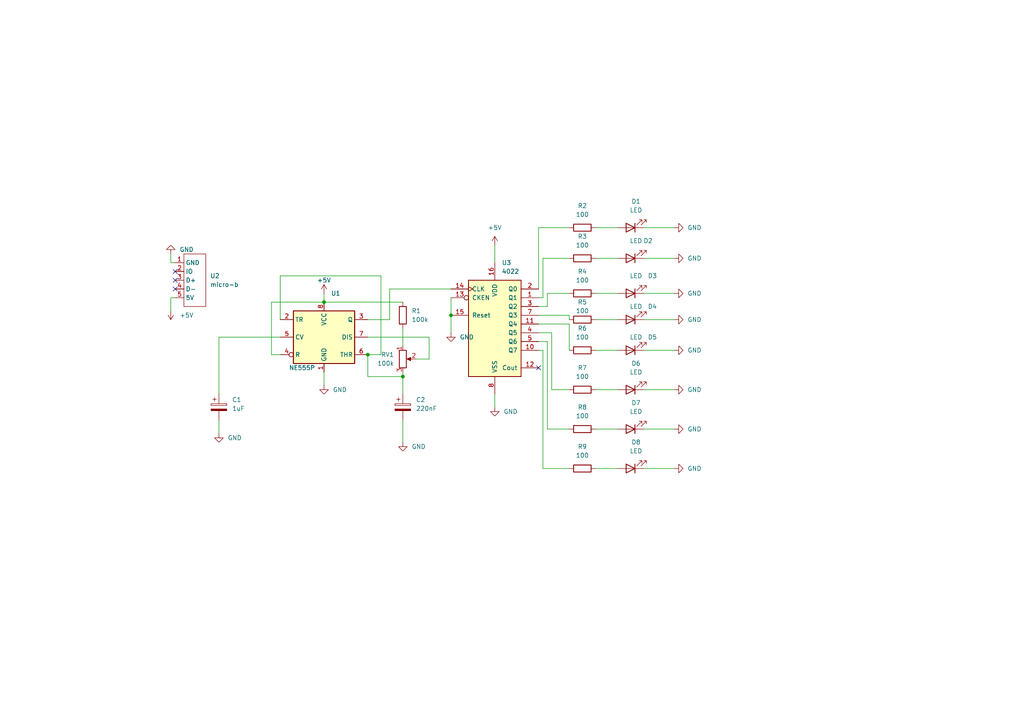
<source format=kicad_sch>
(kicad_sch (version 20211123) (generator eeschema)

  (uuid e9eebda9-e7d0-4736-99f6-d9da92ba0bd8)

  (paper "A4")

  (lib_symbols
    (symbol "4xxx:4022" (pin_names (offset 1.016)) (in_bom yes) (on_board yes)
      (property "Reference" "U" (id 0) (at -7.62 13.97 0)
        (effects (font (size 1.27 1.27)))
      )
      (property "Value" "4022" (id 1) (at -7.62 -16.51 0)
        (effects (font (size 1.27 1.27)))
      )
      (property "Footprint" "" (id 2) (at 0 0 0)
        (effects (font (size 1.27 1.27)) hide)
      )
      (property "Datasheet" "http://www.intersil.com/content/dam/Intersil/documents/cd40/cd4017bms-22bms.pdf" (id 3) (at 0 0 0)
        (effects (font (size 1.27 1.27)) hide)
      )
      (property "ki_locked" "" (id 4) (at 0 0 0)
        (effects (font (size 1.27 1.27)))
      )
      (property "ki_keywords" "CMOS CNT CNT8" (id 5) (at 0 0 0)
        (effects (font (size 1.27 1.27)) hide)
      )
      (property "ki_description" "Johnson Counter (8 states)" (id 6) (at 0 0 0)
        (effects (font (size 1.27 1.27)) hide)
      )
      (property "ki_fp_filters" "DIP?16*" (id 7) (at 0 0 0)
        (effects (font (size 1.27 1.27)) hide)
      )
      (symbol "4022_1_0"
        (pin output line (at 12.7 7.62 180) (length 5.08)
          (name "Q1" (effects (font (size 1.27 1.27))))
          (number "1" (effects (font (size 1.27 1.27))))
        )
        (pin output line (at 12.7 -7.62 180) (length 5.08)
          (name "Q7" (effects (font (size 1.27 1.27))))
          (number "10" (effects (font (size 1.27 1.27))))
        )
        (pin output line (at 12.7 0 180) (length 5.08)
          (name "Q4" (effects (font (size 1.27 1.27))))
          (number "11" (effects (font (size 1.27 1.27))))
        )
        (pin output line (at 12.7 -12.7 180) (length 5.08)
          (name "Cout" (effects (font (size 1.27 1.27))))
          (number "12" (effects (font (size 1.27 1.27))))
        )
        (pin input inverted (at -12.7 7.62 0) (length 5.08)
          (name "CKEN" (effects (font (size 1.27 1.27))))
          (number "13" (effects (font (size 1.27 1.27))))
        )
        (pin input clock (at -12.7 10.16 0) (length 5.08)
          (name "CLK" (effects (font (size 1.27 1.27))))
          (number "14" (effects (font (size 1.27 1.27))))
        )
        (pin input line (at -12.7 2.54 0) (length 5.08)
          (name "Reset" (effects (font (size 1.27 1.27))))
          (number "15" (effects (font (size 1.27 1.27))))
        )
        (pin power_in line (at 0 17.78 270) (length 5.08)
          (name "VDD" (effects (font (size 1.27 1.27))))
          (number "16" (effects (font (size 1.27 1.27))))
        )
        (pin output line (at 12.7 10.16 180) (length 5.08)
          (name "Q0" (effects (font (size 1.27 1.27))))
          (number "2" (effects (font (size 1.27 1.27))))
        )
        (pin output line (at 12.7 5.08 180) (length 5.08)
          (name "Q2" (effects (font (size 1.27 1.27))))
          (number "3" (effects (font (size 1.27 1.27))))
        )
        (pin output line (at 12.7 -2.54 180) (length 5.08)
          (name "Q5" (effects (font (size 1.27 1.27))))
          (number "4" (effects (font (size 1.27 1.27))))
        )
        (pin output line (at 12.7 -5.08 180) (length 5.08)
          (name "Q6" (effects (font (size 1.27 1.27))))
          (number "5" (effects (font (size 1.27 1.27))))
        )
        (pin output line (at 12.7 2.54 180) (length 5.08)
          (name "Q3" (effects (font (size 1.27 1.27))))
          (number "7" (effects (font (size 1.27 1.27))))
        )
        (pin power_in line (at 0 -20.32 90) (length 5.08)
          (name "VSS" (effects (font (size 1.27 1.27))))
          (number "8" (effects (font (size 1.27 1.27))))
        )
      )
      (symbol "4022_1_1"
        (rectangle (start -7.62 12.7) (end 7.62 -15.24)
          (stroke (width 0.254) (type default) (color 0 0 0 0))
          (fill (type background))
        )
      )
    )
    (symbol "Device:C_Polarized" (pin_numbers hide) (pin_names (offset 0.254)) (in_bom yes) (on_board yes)
      (property "Reference" "C" (id 0) (at 0.635 2.54 0)
        (effects (font (size 1.27 1.27)) (justify left))
      )
      (property "Value" "C_Polarized" (id 1) (at 0.635 -2.54 0)
        (effects (font (size 1.27 1.27)) (justify left))
      )
      (property "Footprint" "" (id 2) (at 0.9652 -3.81 0)
        (effects (font (size 1.27 1.27)) hide)
      )
      (property "Datasheet" "~" (id 3) (at 0 0 0)
        (effects (font (size 1.27 1.27)) hide)
      )
      (property "ki_keywords" "cap capacitor" (id 4) (at 0 0 0)
        (effects (font (size 1.27 1.27)) hide)
      )
      (property "ki_description" "Polarized capacitor" (id 5) (at 0 0 0)
        (effects (font (size 1.27 1.27)) hide)
      )
      (property "ki_fp_filters" "CP_*" (id 6) (at 0 0 0)
        (effects (font (size 1.27 1.27)) hide)
      )
      (symbol "C_Polarized_0_1"
        (rectangle (start -2.286 0.508) (end 2.286 1.016)
          (stroke (width 0) (type default) (color 0 0 0 0))
          (fill (type none))
        )
        (polyline
          (pts
            (xy -1.778 2.286)
            (xy -0.762 2.286)
          )
          (stroke (width 0) (type default) (color 0 0 0 0))
          (fill (type none))
        )
        (polyline
          (pts
            (xy -1.27 2.794)
            (xy -1.27 1.778)
          )
          (stroke (width 0) (type default) (color 0 0 0 0))
          (fill (type none))
        )
        (rectangle (start 2.286 -0.508) (end -2.286 -1.016)
          (stroke (width 0) (type default) (color 0 0 0 0))
          (fill (type outline))
        )
      )
      (symbol "C_Polarized_1_1"
        (pin passive line (at 0 3.81 270) (length 2.794)
          (name "~" (effects (font (size 1.27 1.27))))
          (number "1" (effects (font (size 1.27 1.27))))
        )
        (pin passive line (at 0 -3.81 90) (length 2.794)
          (name "~" (effects (font (size 1.27 1.27))))
          (number "2" (effects (font (size 1.27 1.27))))
        )
      )
    )
    (symbol "Device:LED" (pin_numbers hide) (pin_names (offset 1.016) hide) (in_bom yes) (on_board yes)
      (property "Reference" "D" (id 0) (at 0 2.54 0)
        (effects (font (size 1.27 1.27)))
      )
      (property "Value" "LED" (id 1) (at 0 -2.54 0)
        (effects (font (size 1.27 1.27)))
      )
      (property "Footprint" "" (id 2) (at 0 0 0)
        (effects (font (size 1.27 1.27)) hide)
      )
      (property "Datasheet" "~" (id 3) (at 0 0 0)
        (effects (font (size 1.27 1.27)) hide)
      )
      (property "ki_keywords" "LED diode" (id 4) (at 0 0 0)
        (effects (font (size 1.27 1.27)) hide)
      )
      (property "ki_description" "Light emitting diode" (id 5) (at 0 0 0)
        (effects (font (size 1.27 1.27)) hide)
      )
      (property "ki_fp_filters" "LED* LED_SMD:* LED_THT:*" (id 6) (at 0 0 0)
        (effects (font (size 1.27 1.27)) hide)
      )
      (symbol "LED_0_1"
        (polyline
          (pts
            (xy -1.27 -1.27)
            (xy -1.27 1.27)
          )
          (stroke (width 0.254) (type default) (color 0 0 0 0))
          (fill (type none))
        )
        (polyline
          (pts
            (xy -1.27 0)
            (xy 1.27 0)
          )
          (stroke (width 0) (type default) (color 0 0 0 0))
          (fill (type none))
        )
        (polyline
          (pts
            (xy 1.27 -1.27)
            (xy 1.27 1.27)
            (xy -1.27 0)
            (xy 1.27 -1.27)
          )
          (stroke (width 0.254) (type default) (color 0 0 0 0))
          (fill (type none))
        )
        (polyline
          (pts
            (xy -3.048 -0.762)
            (xy -4.572 -2.286)
            (xy -3.81 -2.286)
            (xy -4.572 -2.286)
            (xy -4.572 -1.524)
          )
          (stroke (width 0) (type default) (color 0 0 0 0))
          (fill (type none))
        )
        (polyline
          (pts
            (xy -1.778 -0.762)
            (xy -3.302 -2.286)
            (xy -2.54 -2.286)
            (xy -3.302 -2.286)
            (xy -3.302 -1.524)
          )
          (stroke (width 0) (type default) (color 0 0 0 0))
          (fill (type none))
        )
      )
      (symbol "LED_1_1"
        (pin passive line (at -3.81 0 0) (length 2.54)
          (name "K" (effects (font (size 1.27 1.27))))
          (number "1" (effects (font (size 1.27 1.27))))
        )
        (pin passive line (at 3.81 0 180) (length 2.54)
          (name "A" (effects (font (size 1.27 1.27))))
          (number "2" (effects (font (size 1.27 1.27))))
        )
      )
    )
    (symbol "Device:R" (pin_numbers hide) (pin_names (offset 0)) (in_bom yes) (on_board yes)
      (property "Reference" "R" (id 0) (at 2.032 0 90)
        (effects (font (size 1.27 1.27)))
      )
      (property "Value" "R" (id 1) (at 0 0 90)
        (effects (font (size 1.27 1.27)))
      )
      (property "Footprint" "" (id 2) (at -1.778 0 90)
        (effects (font (size 1.27 1.27)) hide)
      )
      (property "Datasheet" "~" (id 3) (at 0 0 0)
        (effects (font (size 1.27 1.27)) hide)
      )
      (property "ki_keywords" "R res resistor" (id 4) (at 0 0 0)
        (effects (font (size 1.27 1.27)) hide)
      )
      (property "ki_description" "Resistor" (id 5) (at 0 0 0)
        (effects (font (size 1.27 1.27)) hide)
      )
      (property "ki_fp_filters" "R_*" (id 6) (at 0 0 0)
        (effects (font (size 1.27 1.27)) hide)
      )
      (symbol "R_0_1"
        (rectangle (start -1.016 -2.54) (end 1.016 2.54)
          (stroke (width 0.254) (type default) (color 0 0 0 0))
          (fill (type none))
        )
      )
      (symbol "R_1_1"
        (pin passive line (at 0 3.81 270) (length 1.27)
          (name "~" (effects (font (size 1.27 1.27))))
          (number "1" (effects (font (size 1.27 1.27))))
        )
        (pin passive line (at 0 -3.81 90) (length 1.27)
          (name "~" (effects (font (size 1.27 1.27))))
          (number "2" (effects (font (size 1.27 1.27))))
        )
      )
    )
    (symbol "Device:R_Potentiometer" (pin_names (offset 1.016) hide) (in_bom yes) (on_board yes)
      (property "Reference" "RV" (id 0) (at -4.445 0 90)
        (effects (font (size 1.27 1.27)))
      )
      (property "Value" "R_Potentiometer" (id 1) (at -2.54 0 90)
        (effects (font (size 1.27 1.27)))
      )
      (property "Footprint" "" (id 2) (at 0 0 0)
        (effects (font (size 1.27 1.27)) hide)
      )
      (property "Datasheet" "~" (id 3) (at 0 0 0)
        (effects (font (size 1.27 1.27)) hide)
      )
      (property "ki_keywords" "resistor variable" (id 4) (at 0 0 0)
        (effects (font (size 1.27 1.27)) hide)
      )
      (property "ki_description" "Potentiometer" (id 5) (at 0 0 0)
        (effects (font (size 1.27 1.27)) hide)
      )
      (property "ki_fp_filters" "Potentiometer*" (id 6) (at 0 0 0)
        (effects (font (size 1.27 1.27)) hide)
      )
      (symbol "R_Potentiometer_0_1"
        (polyline
          (pts
            (xy 2.54 0)
            (xy 1.524 0)
          )
          (stroke (width 0) (type default) (color 0 0 0 0))
          (fill (type none))
        )
        (polyline
          (pts
            (xy 1.143 0)
            (xy 2.286 0.508)
            (xy 2.286 -0.508)
            (xy 1.143 0)
          )
          (stroke (width 0) (type default) (color 0 0 0 0))
          (fill (type outline))
        )
        (rectangle (start 1.016 2.54) (end -1.016 -2.54)
          (stroke (width 0.254) (type default) (color 0 0 0 0))
          (fill (type none))
        )
      )
      (symbol "R_Potentiometer_1_1"
        (pin passive line (at 0 3.81 270) (length 1.27)
          (name "1" (effects (font (size 1.27 1.27))))
          (number "1" (effects (font (size 1.27 1.27))))
        )
        (pin passive line (at 3.81 0 180) (length 1.27)
          (name "2" (effects (font (size 1.27 1.27))))
          (number "2" (effects (font (size 1.27 1.27))))
        )
        (pin passive line (at 0 -3.81 90) (length 1.27)
          (name "3" (effects (font (size 1.27 1.27))))
          (number "3" (effects (font (size 1.27 1.27))))
        )
      )
    )
    (symbol "Timer:NE555P" (in_bom yes) (on_board yes)
      (property "Reference" "U" (id 0) (at -10.16 8.89 0)
        (effects (font (size 1.27 1.27)) (justify left))
      )
      (property "Value" "NE555P" (id 1) (at 2.54 8.89 0)
        (effects (font (size 1.27 1.27)) (justify left))
      )
      (property "Footprint" "Package_DIP:DIP-8_W7.62mm" (id 2) (at 16.51 -10.16 0)
        (effects (font (size 1.27 1.27)) hide)
      )
      (property "Datasheet" "http://www.ti.com/lit/ds/symlink/ne555.pdf" (id 3) (at 21.59 -10.16 0)
        (effects (font (size 1.27 1.27)) hide)
      )
      (property "ki_keywords" "single timer 555" (id 4) (at 0 0 0)
        (effects (font (size 1.27 1.27)) hide)
      )
      (property "ki_description" "Precision Timers, 555 compatible,  PDIP-8" (id 5) (at 0 0 0)
        (effects (font (size 1.27 1.27)) hide)
      )
      (property "ki_fp_filters" "DIP*W7.62mm*" (id 6) (at 0 0 0)
        (effects (font (size 1.27 1.27)) hide)
      )
      (symbol "NE555P_0_0"
        (pin power_in line (at 0 -10.16 90) (length 2.54)
          (name "GND" (effects (font (size 1.27 1.27))))
          (number "1" (effects (font (size 1.27 1.27))))
        )
        (pin power_in line (at 0 10.16 270) (length 2.54)
          (name "VCC" (effects (font (size 1.27 1.27))))
          (number "8" (effects (font (size 1.27 1.27))))
        )
      )
      (symbol "NE555P_0_1"
        (rectangle (start -8.89 -7.62) (end 8.89 7.62)
          (stroke (width 0.254) (type default) (color 0 0 0 0))
          (fill (type background))
        )
        (rectangle (start -8.89 -7.62) (end 8.89 7.62)
          (stroke (width 0.254) (type default) (color 0 0 0 0))
          (fill (type background))
        )
      )
      (symbol "NE555P_1_1"
        (pin input line (at -12.7 5.08 0) (length 3.81)
          (name "TR" (effects (font (size 1.27 1.27))))
          (number "2" (effects (font (size 1.27 1.27))))
        )
        (pin output line (at 12.7 5.08 180) (length 3.81)
          (name "Q" (effects (font (size 1.27 1.27))))
          (number "3" (effects (font (size 1.27 1.27))))
        )
        (pin input inverted (at -12.7 -5.08 0) (length 3.81)
          (name "R" (effects (font (size 1.27 1.27))))
          (number "4" (effects (font (size 1.27 1.27))))
        )
        (pin input line (at -12.7 0 0) (length 3.81)
          (name "CV" (effects (font (size 1.27 1.27))))
          (number "5" (effects (font (size 1.27 1.27))))
        )
        (pin input line (at 12.7 -5.08 180) (length 3.81)
          (name "THR" (effects (font (size 1.27 1.27))))
          (number "6" (effects (font (size 1.27 1.27))))
        )
        (pin input line (at 12.7 0 180) (length 3.81)
          (name "DIS" (effects (font (size 1.27 1.27))))
          (number "7" (effects (font (size 1.27 1.27))))
        )
      )
    )
    (symbol "USB_breakout:micro-USB breakout" (in_bom yes) (on_board yes)
      (property "Reference" "J" (id 0) (at -5.08 8.89 0)
        (effects (font (size 1.27 1.27)))
      )
      (property "Value" "micro-USB breakout" (id 1) (at -10.16 0 90)
        (effects (font (size 1.27 1.27)))
      )
      (property "Footprint" "USB_breakout:micro-b_adafruit" (id 2) (at -12.7 0 90)
        (effects (font (size 1.27 1.27)) hide)
      )
      (property "Datasheet" "" (id 3) (at 0 0 0)
        (effects (font (size 1.27 1.27)) hide)
      )
      (property "ki_description" "Adafruit USB micro-B Breakout Board (http://adafru.it/1833)" (id 4) (at 0 0 0)
        (effects (font (size 1.27 1.27)) hide)
      )
      (symbol "micro-USB breakout_0_1"
        (rectangle (start -8.89 7.62) (end -2.54 -7.62)
          (stroke (width 0) (type default) (color 0 0 0 0))
          (fill (type none))
        )
      )
      (symbol "micro-USB breakout_1_1"
        (pin power_out line (at 0 -5.08 180) (length 2.54)
          (name "GND" (effects (font (size 1.27 1.27))))
          (number "1" (effects (font (size 1.27 1.27))))
        )
        (pin bidirectional line (at 0 -2.54 180) (length 2.54)
          (name "IO" (effects (font (size 1.27 1.27))))
          (number "2" (effects (font (size 1.27 1.27))))
        )
        (pin bidirectional line (at 0 0 180) (length 2.54)
          (name "D+" (effects (font (size 1.27 1.27))))
          (number "3" (effects (font (size 1.27 1.27))))
        )
        (pin bidirectional line (at 0 2.54 180) (length 2.54)
          (name "D-" (effects (font (size 1.27 1.27))))
          (number "4" (effects (font (size 1.27 1.27))))
        )
        (pin power_out line (at 0 5.08 180) (length 2.54)
          (name "5V" (effects (font (size 1.27 1.27))))
          (number "5" (effects (font (size 1.27 1.27))))
        )
      )
    )
    (symbol "power:+5V" (power) (pin_names (offset 0)) (in_bom yes) (on_board yes)
      (property "Reference" "#PWR" (id 0) (at 0 -3.81 0)
        (effects (font (size 1.27 1.27)) hide)
      )
      (property "Value" "+5V" (id 1) (at 0 3.556 0)
        (effects (font (size 1.27 1.27)))
      )
      (property "Footprint" "" (id 2) (at 0 0 0)
        (effects (font (size 1.27 1.27)) hide)
      )
      (property "Datasheet" "" (id 3) (at 0 0 0)
        (effects (font (size 1.27 1.27)) hide)
      )
      (property "ki_keywords" "power-flag" (id 4) (at 0 0 0)
        (effects (font (size 1.27 1.27)) hide)
      )
      (property "ki_description" "Power symbol creates a global label with name \"+5V\"" (id 5) (at 0 0 0)
        (effects (font (size 1.27 1.27)) hide)
      )
      (symbol "+5V_0_1"
        (polyline
          (pts
            (xy -0.762 1.27)
            (xy 0 2.54)
          )
          (stroke (width 0) (type default) (color 0 0 0 0))
          (fill (type none))
        )
        (polyline
          (pts
            (xy 0 0)
            (xy 0 2.54)
          )
          (stroke (width 0) (type default) (color 0 0 0 0))
          (fill (type none))
        )
        (polyline
          (pts
            (xy 0 2.54)
            (xy 0.762 1.27)
          )
          (stroke (width 0) (type default) (color 0 0 0 0))
          (fill (type none))
        )
      )
      (symbol "+5V_1_1"
        (pin power_in line (at 0 0 90) (length 0) hide
          (name "+5V" (effects (font (size 1.27 1.27))))
          (number "1" (effects (font (size 1.27 1.27))))
        )
      )
    )
    (symbol "power:GND" (power) (pin_names (offset 0)) (in_bom yes) (on_board yes)
      (property "Reference" "#PWR" (id 0) (at 0 -6.35 0)
        (effects (font (size 1.27 1.27)) hide)
      )
      (property "Value" "GND" (id 1) (at 0 -3.81 0)
        (effects (font (size 1.27 1.27)))
      )
      (property "Footprint" "" (id 2) (at 0 0 0)
        (effects (font (size 1.27 1.27)) hide)
      )
      (property "Datasheet" "" (id 3) (at 0 0 0)
        (effects (font (size 1.27 1.27)) hide)
      )
      (property "ki_keywords" "power-flag" (id 4) (at 0 0 0)
        (effects (font (size 1.27 1.27)) hide)
      )
      (property "ki_description" "Power symbol creates a global label with name \"GND\" , ground" (id 5) (at 0 0 0)
        (effects (font (size 1.27 1.27)) hide)
      )
      (symbol "GND_0_1"
        (polyline
          (pts
            (xy 0 0)
            (xy 0 -1.27)
            (xy 1.27 -1.27)
            (xy 0 -2.54)
            (xy -1.27 -1.27)
            (xy 0 -1.27)
          )
          (stroke (width 0) (type default) (color 0 0 0 0))
          (fill (type none))
        )
      )
      (symbol "GND_1_1"
        (pin power_in line (at 0 0 270) (length 0) hide
          (name "GND" (effects (font (size 1.27 1.27))))
          (number "1" (effects (font (size 1.27 1.27))))
        )
      )
    )
  )

  (junction (at 116.84 109.22) (diameter 0) (color 0 0 0 0)
    (uuid 55d0ea13-f5fd-4415-9343-01c3c908c5c9)
  )
  (junction (at 93.98 87.63) (diameter 0) (color 0 0 0 0)
    (uuid 6284c2a4-e490-4b76-af37-91104da64751)
  )
  (junction (at 130.81 91.44) (diameter 0) (color 0 0 0 0)
    (uuid 759ef57e-e91b-43c6-becc-3cd372c83f66)
  )
  (junction (at 106.68 102.87) (diameter 0) (color 0 0 0 0)
    (uuid 8d3b0ed9-d875-4df5-bc2a-77456a957f04)
  )

  (no_connect (at 156.21 106.68) (uuid 55623aa6-ddef-417d-9bfd-f289778bbaa4))
  (no_connect (at 50.8 81.28) (uuid 6e79b09c-c790-459b-a558-f94e3c64b9e8))
  (no_connect (at 50.8 83.82) (uuid aeea17ce-91e1-4c61-87f6-90006ec23851))
  (no_connect (at 50.8 78.74) (uuid d4fa6d54-87c5-4289-afdf-942ff3a93140))

  (wire (pts (xy 158.75 99.06) (xy 158.75 124.46))
    (stroke (width 0) (type default) (color 0 0 0 0))
    (uuid 071f0154-2847-48ae-b201-726f2a9f4c04)
  )
  (wire (pts (xy 49.53 86.36) (xy 49.53 90.17))
    (stroke (width 0) (type default) (color 0 0 0 0))
    (uuid 0b5bf6ec-e188-4f71-8111-2f5da38671ac)
  )
  (wire (pts (xy 130.81 91.44) (xy 130.81 96.52))
    (stroke (width 0) (type default) (color 0 0 0 0))
    (uuid 0d0184e1-2dab-4741-9ccc-f1ec176dfd29)
  )
  (wire (pts (xy 157.48 74.93) (xy 165.1 74.93))
    (stroke (width 0) (type default) (color 0 0 0 0))
    (uuid 0e0dd8a5-ead5-43c9-b54d-32331ddc8e26)
  )
  (wire (pts (xy 124.46 104.14) (xy 120.65 104.14))
    (stroke (width 0) (type default) (color 0 0 0 0))
    (uuid 0eb5d051-bf34-45ea-9dd2-177a3eee063a)
  )
  (wire (pts (xy 116.84 109.22) (xy 116.84 114.3))
    (stroke (width 0) (type default) (color 0 0 0 0))
    (uuid 141a017f-2e43-4af8-9414-e75f3ec8a581)
  )
  (wire (pts (xy 172.72 113.03) (xy 179.07 113.03))
    (stroke (width 0) (type default) (color 0 0 0 0))
    (uuid 157113d1-c8be-45c3-a2c8-053e7e45b50b)
  )
  (wire (pts (xy 50.8 86.36) (xy 49.53 86.36))
    (stroke (width 0) (type default) (color 0 0 0 0))
    (uuid 1b137b82-c330-4f60-835a-fd2089cd8fd0)
  )
  (wire (pts (xy 106.68 92.71) (xy 113.03 92.71))
    (stroke (width 0) (type default) (color 0 0 0 0))
    (uuid 1c292d71-7d8e-48f2-a222-17c375822bc6)
  )
  (wire (pts (xy 157.48 101.6) (xy 157.48 135.89))
    (stroke (width 0) (type default) (color 0 0 0 0))
    (uuid 1c9f165e-ed5e-435a-a41c-c41ad619d9a1)
  )
  (wire (pts (xy 172.72 124.46) (xy 179.07 124.46))
    (stroke (width 0) (type default) (color 0 0 0 0))
    (uuid 24510ab7-7f00-4898-8c85-fe6303e1478c)
  )
  (wire (pts (xy 116.84 107.95) (xy 116.84 109.22))
    (stroke (width 0) (type default) (color 0 0 0 0))
    (uuid 28f6afd6-752e-4ee3-9c6e-f4e33b70ccd0)
  )
  (wire (pts (xy 156.21 96.52) (xy 160.02 96.52))
    (stroke (width 0) (type default) (color 0 0 0 0))
    (uuid 29197534-736d-4bd1-93d6-cce9671df677)
  )
  (wire (pts (xy 172.72 135.89) (xy 179.07 135.89))
    (stroke (width 0) (type default) (color 0 0 0 0))
    (uuid 2cb82c3b-8cf8-4010-92da-36e6813d5ab7)
  )
  (wire (pts (xy 165.1 91.44) (xy 165.1 92.71))
    (stroke (width 0) (type default) (color 0 0 0 0))
    (uuid 36ca050b-4d64-4ae0-ad23-de2666bf6482)
  )
  (wire (pts (xy 186.69 92.71) (xy 195.58 92.71))
    (stroke (width 0) (type default) (color 0 0 0 0))
    (uuid 41730e64-cadb-4956-9e55-09bd52320354)
  )
  (wire (pts (xy 186.69 101.6) (xy 195.58 101.6))
    (stroke (width 0) (type default) (color 0 0 0 0))
    (uuid 439f1f4f-0a05-4de1-a3dd-40ca433e37ba)
  )
  (wire (pts (xy 172.72 101.6) (xy 179.07 101.6))
    (stroke (width 0) (type default) (color 0 0 0 0))
    (uuid 46f7d387-ba3c-49cc-8707-d089103f3876)
  )
  (wire (pts (xy 93.98 85.09) (xy 93.98 87.63))
    (stroke (width 0) (type default) (color 0 0 0 0))
    (uuid 4724309b-6212-453c-b54e-101a6cec715a)
  )
  (wire (pts (xy 160.02 113.03) (xy 165.1 113.03))
    (stroke (width 0) (type default) (color 0 0 0 0))
    (uuid 4a70cbfc-25b4-4d17-ac74-6dcb27246858)
  )
  (wire (pts (xy 156.21 86.36) (xy 157.48 86.36))
    (stroke (width 0) (type default) (color 0 0 0 0))
    (uuid 500313b9-375b-46a1-bee4-6d8f9dd57439)
  )
  (wire (pts (xy 81.28 102.87) (xy 78.74 102.87))
    (stroke (width 0) (type default) (color 0 0 0 0))
    (uuid 526a55da-683e-48b2-ba12-7b0b14eae3dd)
  )
  (wire (pts (xy 156.21 93.98) (xy 165.1 93.98))
    (stroke (width 0) (type default) (color 0 0 0 0))
    (uuid 5c1f84af-66f2-4ae7-a3c2-55e41df5f36a)
  )
  (wire (pts (xy 186.69 74.93) (xy 195.58 74.93))
    (stroke (width 0) (type default) (color 0 0 0 0))
    (uuid 603130f1-0962-4859-b6df-4056fe59bf27)
  )
  (wire (pts (xy 156.21 99.06) (xy 158.75 99.06))
    (stroke (width 0) (type default) (color 0 0 0 0))
    (uuid 62f19c1d-3680-4dab-91f6-bf55942203aa)
  )
  (wire (pts (xy 172.72 66.04) (xy 179.07 66.04))
    (stroke (width 0) (type default) (color 0 0 0 0))
    (uuid 62f5f99e-360e-4f07-b65a-cf986252c643)
  )
  (wire (pts (xy 158.75 124.46) (xy 165.1 124.46))
    (stroke (width 0) (type default) (color 0 0 0 0))
    (uuid 68fa9562-cb6e-4e56-9d04-9f71211c1cd4)
  )
  (wire (pts (xy 78.74 87.63) (xy 93.98 87.63))
    (stroke (width 0) (type default) (color 0 0 0 0))
    (uuid 698b41e7-ff7a-4a26-8091-b7c473585e48)
  )
  (wire (pts (xy 186.69 85.09) (xy 195.58 85.09))
    (stroke (width 0) (type default) (color 0 0 0 0))
    (uuid 6aa611a4-ed5b-4d8b-809c-aae7ec91bc40)
  )
  (wire (pts (xy 143.51 114.3) (xy 143.51 118.11))
    (stroke (width 0) (type default) (color 0 0 0 0))
    (uuid 6dd524bc-eeff-4abb-a066-11770f9a9a79)
  )
  (wire (pts (xy 93.98 107.95) (xy 93.98 111.76))
    (stroke (width 0) (type default) (color 0 0 0 0))
    (uuid 6e88f9de-0b47-40f1-9e7a-0e3fb9a70022)
  )
  (wire (pts (xy 81.28 80.01) (xy 110.49 80.01))
    (stroke (width 0) (type default) (color 0 0 0 0))
    (uuid 77c7451a-330b-455c-bcb5-306b953f28c3)
  )
  (wire (pts (xy 63.5 121.92) (xy 63.5 125.73))
    (stroke (width 0) (type default) (color 0 0 0 0))
    (uuid 7beb0597-6cce-4356-9892-749d25fbf636)
  )
  (wire (pts (xy 106.68 109.22) (xy 116.84 109.22))
    (stroke (width 0) (type default) (color 0 0 0 0))
    (uuid 7e0c17a2-d5aa-4b7b-a697-c577e1945e24)
  )
  (wire (pts (xy 156.21 83.82) (xy 156.21 66.04))
    (stroke (width 0) (type default) (color 0 0 0 0))
    (uuid 819e5579-81cc-4089-a699-44e816f45f5c)
  )
  (wire (pts (xy 63.5 114.3) (xy 63.5 97.79))
    (stroke (width 0) (type default) (color 0 0 0 0))
    (uuid 8333923a-29cd-4cf0-9190-b3c13491e75e)
  )
  (wire (pts (xy 130.81 86.36) (xy 130.81 91.44))
    (stroke (width 0) (type default) (color 0 0 0 0))
    (uuid 88c41f44-3e90-4d18-a092-a10c6f5a933f)
  )
  (wire (pts (xy 156.21 66.04) (xy 165.1 66.04))
    (stroke (width 0) (type default) (color 0 0 0 0))
    (uuid 8b809883-cd52-468f-a056-db6d183ecd74)
  )
  (wire (pts (xy 186.69 135.89) (xy 195.58 135.89))
    (stroke (width 0) (type default) (color 0 0 0 0))
    (uuid 8c1e4ca3-ca89-4287-9995-3187d6759d16)
  )
  (wire (pts (xy 158.75 85.09) (xy 165.1 85.09))
    (stroke (width 0) (type default) (color 0 0 0 0))
    (uuid 8f756258-661a-43d8-b2db-922779666185)
  )
  (wire (pts (xy 110.49 80.01) (xy 110.49 102.87))
    (stroke (width 0) (type default) (color 0 0 0 0))
    (uuid 9463aa81-e521-4836-a272-bfd39b048916)
  )
  (wire (pts (xy 157.48 86.36) (xy 157.48 74.93))
    (stroke (width 0) (type default) (color 0 0 0 0))
    (uuid 9cb59e71-d5cd-43f6-b1d9-bf37c9e3100c)
  )
  (wire (pts (xy 156.21 101.6) (xy 157.48 101.6))
    (stroke (width 0) (type default) (color 0 0 0 0))
    (uuid 9e901aa0-9fbe-47af-98f3-5ee8cb2c7642)
  )
  (wire (pts (xy 106.68 102.87) (xy 106.68 109.22))
    (stroke (width 0) (type default) (color 0 0 0 0))
    (uuid 9f4324e3-e729-4b45-84da-f78ced393fdc)
  )
  (wire (pts (xy 156.21 88.9) (xy 158.75 88.9))
    (stroke (width 0) (type default) (color 0 0 0 0))
    (uuid a0a81fd8-8be3-4d96-b980-05121c012780)
  )
  (wire (pts (xy 81.28 92.71) (xy 81.28 80.01))
    (stroke (width 0) (type default) (color 0 0 0 0))
    (uuid a110af8e-cdfa-476f-8d60-ca48ddb20ad0)
  )
  (wire (pts (xy 186.69 124.46) (xy 195.58 124.46))
    (stroke (width 0) (type default) (color 0 0 0 0))
    (uuid a1755003-3181-49f8-9a10-22465f2022a2)
  )
  (wire (pts (xy 186.69 66.04) (xy 195.58 66.04))
    (stroke (width 0) (type default) (color 0 0 0 0))
    (uuid a42e2656-c352-43bd-a015-7766d24524ee)
  )
  (wire (pts (xy 172.72 74.93) (xy 179.07 74.93))
    (stroke (width 0) (type default) (color 0 0 0 0))
    (uuid acb24c4d-b92e-45df-a12f-d146d04b4360)
  )
  (wire (pts (xy 78.74 102.87) (xy 78.74 87.63))
    (stroke (width 0) (type default) (color 0 0 0 0))
    (uuid ad21a4dd-d774-4fc7-a22f-e1d2e274bb26)
  )
  (wire (pts (xy 106.68 102.87) (xy 110.49 102.87))
    (stroke (width 0) (type default) (color 0 0 0 0))
    (uuid b981adb7-cf10-4fb7-9378-8132a6c19c77)
  )
  (wire (pts (xy 116.84 95.25) (xy 116.84 100.33))
    (stroke (width 0) (type default) (color 0 0 0 0))
    (uuid bc5c4210-32d3-4061-910d-a17e8c7ff4a1)
  )
  (wire (pts (xy 116.84 121.92) (xy 116.84 128.27))
    (stroke (width 0) (type default) (color 0 0 0 0))
    (uuid bcaa6a66-2c31-4145-a38d-6584df23ff81)
  )
  (wire (pts (xy 124.46 97.79) (xy 124.46 104.14))
    (stroke (width 0) (type default) (color 0 0 0 0))
    (uuid d367114f-baaa-45f1-b74b-5edb9712d737)
  )
  (wire (pts (xy 113.03 83.82) (xy 130.81 83.82))
    (stroke (width 0) (type default) (color 0 0 0 0))
    (uuid d49ffb88-49be-405d-b684-550dc597b1e6)
  )
  (wire (pts (xy 49.53 76.2) (xy 50.8 76.2))
    (stroke (width 0) (type default) (color 0 0 0 0))
    (uuid d798083c-45ac-4ace-a68c-dfeb8c523506)
  )
  (wire (pts (xy 158.75 88.9) (xy 158.75 85.09))
    (stroke (width 0) (type default) (color 0 0 0 0))
    (uuid d85cdd97-0013-477f-82dc-33f329d984ae)
  )
  (wire (pts (xy 106.68 97.79) (xy 124.46 97.79))
    (stroke (width 0) (type default) (color 0 0 0 0))
    (uuid d9417916-b9b1-43c6-acfb-a1a8f4261db1)
  )
  (wire (pts (xy 186.69 113.03) (xy 195.58 113.03))
    (stroke (width 0) (type default) (color 0 0 0 0))
    (uuid dde6e1e3-70bd-4a28-bc60-e30306ce50dc)
  )
  (wire (pts (xy 172.72 92.71) (xy 179.07 92.71))
    (stroke (width 0) (type default) (color 0 0 0 0))
    (uuid dffddaa6-f272-4628-9220-c60b7f75d251)
  )
  (wire (pts (xy 156.21 91.44) (xy 165.1 91.44))
    (stroke (width 0) (type default) (color 0 0 0 0))
    (uuid e12d08df-dbab-4edb-9da7-014b13423a76)
  )
  (wire (pts (xy 160.02 96.52) (xy 160.02 113.03))
    (stroke (width 0) (type default) (color 0 0 0 0))
    (uuid eaecb062-8da1-401c-90ed-fad3ea54dfae)
  )
  (wire (pts (xy 49.53 73.66) (xy 49.53 76.2))
    (stroke (width 0) (type default) (color 0 0 0 0))
    (uuid ece36113-9d89-49a6-a461-22b4be1a60c8)
  )
  (wire (pts (xy 63.5 97.79) (xy 81.28 97.79))
    (stroke (width 0) (type default) (color 0 0 0 0))
    (uuid eed87c0a-8f96-4cbc-b611-50e61ac41d46)
  )
  (wire (pts (xy 93.98 87.63) (xy 116.84 87.63))
    (stroke (width 0) (type default) (color 0 0 0 0))
    (uuid fa771f35-d307-4dca-a190-0eb3c6c08260)
  )
  (wire (pts (xy 143.51 71.12) (xy 143.51 76.2))
    (stroke (width 0) (type default) (color 0 0 0 0))
    (uuid fab63c80-f333-4701-8b35-0fc9bcc4f0c1)
  )
  (wire (pts (xy 157.48 135.89) (xy 165.1 135.89))
    (stroke (width 0) (type default) (color 0 0 0 0))
    (uuid fb24f494-29d5-4999-9311-2cf3f9a5efd6)
  )
  (wire (pts (xy 113.03 92.71) (xy 113.03 83.82))
    (stroke (width 0) (type default) (color 0 0 0 0))
    (uuid fe106460-6cfc-4527-9bd4-02b8f348bfa7)
  )
  (wire (pts (xy 165.1 93.98) (xy 165.1 101.6))
    (stroke (width 0) (type default) (color 0 0 0 0))
    (uuid ff6c2bc5-324c-4100-b8f0-74e8a73e3e9b)
  )
  (wire (pts (xy 172.72 85.09) (xy 179.07 85.09))
    (stroke (width 0) (type default) (color 0 0 0 0))
    (uuid fff68c4f-50ae-4b93-82a6-52eadb82dec5)
  )

  (symbol (lib_id "power:+5V") (at 93.98 85.09 0) (unit 1)
    (in_bom yes) (on_board yes)
    (uuid 004a62fd-393b-4a43-aca6-b9d85b4bd193)
    (property "Reference" "#PWR0109" (id 0) (at 93.98 88.9 0)
      (effects (font (size 1.27 1.27)) hide)
    )
    (property "Value" "+5V" (id 1) (at 93.98 81.28 0))
    (property "Footprint" "" (id 2) (at 93.98 85.09 0)
      (effects (font (size 1.27 1.27)) hide)
    )
    (property "Datasheet" "" (id 3) (at 93.98 85.09 0)
      (effects (font (size 1.27 1.27)) hide)
    )
    (pin "1" (uuid 9515eddb-cd60-43fe-a5ed-09636cddb9bb))
  )

  (symbol (lib_id "Device:R") (at 168.91 85.09 90) (unit 1)
    (in_bom yes) (on_board yes)
    (uuid 1748b461-c123-4cf7-9ee0-37e3911dbef3)
    (property "Reference" "R4" (id 0) (at 168.91 78.74 90))
    (property "Value" "100" (id 1) (at 168.91 81.28 90))
    (property "Footprint" "Resistor_THT:R_Axial_DIN0207_L6.3mm_D2.5mm_P10.16mm_Horizontal" (id 2) (at 168.91 86.868 90)
      (effects (font (size 1.27 1.27)) hide)
    )
    (property "Datasheet" "~" (id 3) (at 168.91 85.09 0)
      (effects (font (size 1.27 1.27)) hide)
    )
    (pin "1" (uuid 98b064b1-64d6-4400-8636-caf94cb3026c))
    (pin "2" (uuid 8308f04f-97ff-4770-84f2-c3eee251093f))
  )

  (symbol (lib_id "Device:R") (at 116.84 91.44 0) (unit 1)
    (in_bom yes) (on_board yes) (fields_autoplaced)
    (uuid 1a38f838-56aa-4afa-9641-55e899f4499c)
    (property "Reference" "R1" (id 0) (at 119.38 90.1699 0)
      (effects (font (size 1.27 1.27)) (justify left))
    )
    (property "Value" "100k" (id 1) (at 119.38 92.7099 0)
      (effects (font (size 1.27 1.27)) (justify left))
    )
    (property "Footprint" "Resistor_THT:R_Axial_DIN0207_L6.3mm_D2.5mm_P10.16mm_Horizontal" (id 2) (at 115.062 91.44 90)
      (effects (font (size 1.27 1.27)) hide)
    )
    (property "Datasheet" "~" (id 3) (at 116.84 91.44 0)
      (effects (font (size 1.27 1.27)) hide)
    )
    (pin "1" (uuid b1921757-d0ff-4559-83b2-82889d7458b5))
    (pin "2" (uuid d0b29989-f4ba-4871-b4b5-8dcbf5dc2bc1))
  )

  (symbol (lib_id "Device:R") (at 168.91 74.93 90) (unit 1)
    (in_bom yes) (on_board yes) (fields_autoplaced)
    (uuid 1b07b334-c3f5-4cb0-97b5-bb2be9d3e565)
    (property "Reference" "R3" (id 0) (at 168.91 68.58 90))
    (property "Value" "100" (id 1) (at 168.91 71.12 90))
    (property "Footprint" "Resistor_THT:R_Axial_DIN0207_L6.3mm_D2.5mm_P10.16mm_Horizontal" (id 2) (at 168.91 76.708 90)
      (effects (font (size 1.27 1.27)) hide)
    )
    (property "Datasheet" "~" (id 3) (at 168.91 74.93 0)
      (effects (font (size 1.27 1.27)) hide)
    )
    (pin "1" (uuid 45d56ac3-6428-4e88-ba3e-03449e047d80))
    (pin "2" (uuid 38cfa03f-2328-46d3-bb5e-456e7416502a))
  )

  (symbol (lib_id "power:GND") (at 49.53 73.66 180) (unit 1)
    (in_bom yes) (on_board yes) (fields_autoplaced)
    (uuid 2b7bdfc6-2911-47e2-8ce1-bd2282644b08)
    (property "Reference" "#PWR0110" (id 0) (at 49.53 67.31 0)
      (effects (font (size 1.27 1.27)) hide)
    )
    (property "Value" "GND" (id 1) (at 52.07 72.3899 0)
      (effects (font (size 1.27 1.27)) (justify right))
    )
    (property "Footprint" "" (id 2) (at 49.53 73.66 0)
      (effects (font (size 1.27 1.27)) hide)
    )
    (property "Datasheet" "" (id 3) (at 49.53 73.66 0)
      (effects (font (size 1.27 1.27)) hide)
    )
    (pin "1" (uuid babebbe4-5ab1-489e-a46d-57e55f0376bd))
  )

  (symbol (lib_id "Device:LED") (at 182.88 113.03 180) (unit 1)
    (in_bom yes) (on_board yes) (fields_autoplaced)
    (uuid 404a24d5-a6b8-4617-ba81-6a8021195644)
    (property "Reference" "D6" (id 0) (at 184.4675 105.41 0))
    (property "Value" "LED" (id 1) (at 184.4675 107.95 0))
    (property "Footprint" "LED_THT:LED_D5.0mm" (id 2) (at 182.88 113.03 0)
      (effects (font (size 1.27 1.27)) hide)
    )
    (property "Datasheet" "~" (id 3) (at 182.88 113.03 0)
      (effects (font (size 1.27 1.27)) hide)
    )
    (pin "1" (uuid 6ce4217a-4d72-4c52-84fa-cc345302cf63))
    (pin "2" (uuid c5b2027a-21bf-48c6-8b0d-cb90ea96eaa2))
  )

  (symbol (lib_id "Device:C_Polarized") (at 116.84 118.11 0) (unit 1)
    (in_bom yes) (on_board yes) (fields_autoplaced)
    (uuid 43285bb5-dc1c-4068-9b97-b5778f084e3d)
    (property "Reference" "C2" (id 0) (at 120.65 115.9509 0)
      (effects (font (size 1.27 1.27)) (justify left))
    )
    (property "Value" "220nF" (id 1) (at 120.65 118.4909 0)
      (effects (font (size 1.27 1.27)) (justify left))
    )
    (property "Footprint" "Capacitor_THT:CP_Radial_D5.0mm_P2.00mm" (id 2) (at 117.8052 121.92 0)
      (effects (font (size 1.27 1.27)) hide)
    )
    (property "Datasheet" "~" (id 3) (at 116.84 118.11 0)
      (effects (font (size 1.27 1.27)) hide)
    )
    (pin "1" (uuid 0e9d8bff-8375-4f43-a408-f4f4facc5202))
    (pin "2" (uuid 9b85e629-11d8-4304-8067-ba79e888c270))
  )

  (symbol (lib_id "Device:LED") (at 182.88 74.93 180) (unit 1)
    (in_bom yes) (on_board yes)
    (uuid 52bad10a-362a-4183-8939-eed233c6d58f)
    (property "Reference" "D2" (id 0) (at 187.96 69.85 0))
    (property "Value" "LED" (id 1) (at 184.4675 69.85 0))
    (property "Footprint" "LED_THT:LED_D5.0mm" (id 2) (at 182.88 74.93 0)
      (effects (font (size 1.27 1.27)) hide)
    )
    (property "Datasheet" "~" (id 3) (at 182.88 74.93 0)
      (effects (font (size 1.27 1.27)) hide)
    )
    (pin "1" (uuid 5670db91-da5b-4e35-a9d5-cc9b3476310b))
    (pin "2" (uuid 3c57cd52-119b-4c35-b0e5-80d1e960b933))
  )

  (symbol (lib_id "power:+5V") (at 143.51 71.12 0) (unit 1)
    (in_bom yes) (on_board yes) (fields_autoplaced)
    (uuid 5d129836-acea-4ee0-8083-6f35bbf00ff0)
    (property "Reference" "#PWR0104" (id 0) (at 143.51 74.93 0)
      (effects (font (size 1.27 1.27)) hide)
    )
    (property "Value" "+5V" (id 1) (at 143.51 66.04 0))
    (property "Footprint" "" (id 2) (at 143.51 71.12 0)
      (effects (font (size 1.27 1.27)) hide)
    )
    (property "Datasheet" "" (id 3) (at 143.51 71.12 0)
      (effects (font (size 1.27 1.27)) hide)
    )
    (pin "1" (uuid ded38f53-6c52-4063-8ff1-6229a7ea64bd))
  )

  (symbol (lib_id "power:GND") (at 195.58 92.71 90) (unit 1)
    (in_bom yes) (on_board yes) (fields_autoplaced)
    (uuid 65571f0b-e634-41b0-89bb-83b39ef0c44b)
    (property "Reference" "#PWR0113" (id 0) (at 201.93 92.71 0)
      (effects (font (size 1.27 1.27)) hide)
    )
    (property "Value" "GND" (id 1) (at 199.39 92.7099 90)
      (effects (font (size 1.27 1.27)) (justify right))
    )
    (property "Footprint" "" (id 2) (at 195.58 92.71 0)
      (effects (font (size 1.27 1.27)) hide)
    )
    (property "Datasheet" "" (id 3) (at 195.58 92.71 0)
      (effects (font (size 1.27 1.27)) hide)
    )
    (pin "1" (uuid 78804397-0121-4ab2-83d4-bc3988ddfe33))
  )

  (symbol (lib_id "Device:LED") (at 182.88 101.6 180) (unit 1)
    (in_bom yes) (on_board yes)
    (uuid 6f432c62-2e0a-4bce-9100-c6f517c18b4f)
    (property "Reference" "D5" (id 0) (at 189.23 97.79 0))
    (property "Value" "LED" (id 1) (at 184.4675 97.79 0))
    (property "Footprint" "LED_THT:LED_D5.0mm" (id 2) (at 182.88 101.6 0)
      (effects (font (size 1.27 1.27)) hide)
    )
    (property "Datasheet" "~" (id 3) (at 182.88 101.6 0)
      (effects (font (size 1.27 1.27)) hide)
    )
    (pin "1" (uuid ba9d2f45-524c-49d5-b631-d55ca8843c27))
    (pin "2" (uuid 743a23db-fb25-4996-9f01-e575a38cda10))
  )

  (symbol (lib_id "Device:C_Polarized") (at 63.5 118.11 0) (unit 1)
    (in_bom yes) (on_board yes) (fields_autoplaced)
    (uuid 75bf3c25-a4cc-47cf-9e0b-cb9e8d7d73b6)
    (property "Reference" "C1" (id 0) (at 67.31 115.9509 0)
      (effects (font (size 1.27 1.27)) (justify left))
    )
    (property "Value" "1uF" (id 1) (at 67.31 118.4909 0)
      (effects (font (size 1.27 1.27)) (justify left))
    )
    (property "Footprint" "Capacitor_THT:CP_Radial_D5.0mm_P2.00mm" (id 2) (at 64.4652 121.92 0)
      (effects (font (size 1.27 1.27)) hide)
    )
    (property "Datasheet" "~" (id 3) (at 63.5 118.11 0)
      (effects (font (size 1.27 1.27)) hide)
    )
    (pin "1" (uuid 446c1232-a62b-4aff-8a58-7ad37d391921))
    (pin "2" (uuid c029760c-8abe-445b-b7d8-0f9b837dbc4a))
  )

  (symbol (lib_id "power:GND") (at 195.58 113.03 90) (unit 1)
    (in_bom yes) (on_board yes) (fields_autoplaced)
    (uuid 7ba37f7e-e41e-4df0-9f6b-0cb126247436)
    (property "Reference" "#PWR0114" (id 0) (at 201.93 113.03 0)
      (effects (font (size 1.27 1.27)) hide)
    )
    (property "Value" "GND" (id 1) (at 199.39 113.0299 90)
      (effects (font (size 1.27 1.27)) (justify right))
    )
    (property "Footprint" "" (id 2) (at 195.58 113.03 0)
      (effects (font (size 1.27 1.27)) hide)
    )
    (property "Datasheet" "" (id 3) (at 195.58 113.03 0)
      (effects (font (size 1.27 1.27)) hide)
    )
    (pin "1" (uuid d4fd9f99-c578-4e5f-89c5-9e5b3a278de2))
  )

  (symbol (lib_id "Device:R") (at 168.91 135.89 90) (unit 1)
    (in_bom yes) (on_board yes) (fields_autoplaced)
    (uuid 7d8415b5-d731-44e8-97bf-b567536226f8)
    (property "Reference" "R9" (id 0) (at 168.91 129.54 90))
    (property "Value" "100" (id 1) (at 168.91 132.08 90))
    (property "Footprint" "Resistor_THT:R_Axial_DIN0207_L6.3mm_D2.5mm_P10.16mm_Horizontal" (id 2) (at 168.91 137.668 90)
      (effects (font (size 1.27 1.27)) hide)
    )
    (property "Datasheet" "~" (id 3) (at 168.91 135.89 0)
      (effects (font (size 1.27 1.27)) hide)
    )
    (pin "1" (uuid 5e5635c4-d5f8-4a64-8a9d-789e922eea7e))
    (pin "2" (uuid c4abb479-41f2-4281-8e2d-7a3b3e72df64))
  )

  (symbol (lib_id "power:GND") (at 93.98 111.76 0) (unit 1)
    (in_bom yes) (on_board yes) (fields_autoplaced)
    (uuid 838c4297-a7de-44de-85e7-f539342cd987)
    (property "Reference" "#PWR0108" (id 0) (at 93.98 118.11 0)
      (effects (font (size 1.27 1.27)) hide)
    )
    (property "Value" "GND" (id 1) (at 96.52 113.0299 0)
      (effects (font (size 1.27 1.27)) (justify left))
    )
    (property "Footprint" "" (id 2) (at 93.98 111.76 0)
      (effects (font (size 1.27 1.27)) hide)
    )
    (property "Datasheet" "" (id 3) (at 93.98 111.76 0)
      (effects (font (size 1.27 1.27)) hide)
    )
    (pin "1" (uuid 0f6998aa-a0c1-4b87-93fd-b4465cbdf4b5))
  )

  (symbol (lib_id "power:GND") (at 195.58 66.04 90) (unit 1)
    (in_bom yes) (on_board yes) (fields_autoplaced)
    (uuid 860ccba6-8993-46cd-8c04-649b434807ee)
    (property "Reference" "#PWR0103" (id 0) (at 201.93 66.04 0)
      (effects (font (size 1.27 1.27)) hide)
    )
    (property "Value" "GND" (id 1) (at 199.39 66.0399 90)
      (effects (font (size 1.27 1.27)) (justify right))
    )
    (property "Footprint" "" (id 2) (at 195.58 66.04 0)
      (effects (font (size 1.27 1.27)) hide)
    )
    (property "Datasheet" "" (id 3) (at 195.58 66.04 0)
      (effects (font (size 1.27 1.27)) hide)
    )
    (pin "1" (uuid bf0c1f2b-1223-4e2b-8c3a-9a5a906893bb))
  )

  (symbol (lib_id "Device:R") (at 168.91 92.71 90) (unit 1)
    (in_bom yes) (on_board yes)
    (uuid 86e0e9b8-ff78-437d-bc4e-d033e6659b53)
    (property "Reference" "R5" (id 0) (at 168.91 87.63 90))
    (property "Value" "100" (id 1) (at 168.91 90.17 90))
    (property "Footprint" "Resistor_THT:R_Axial_DIN0207_L6.3mm_D2.5mm_P10.16mm_Horizontal" (id 2) (at 168.91 94.488 90)
      (effects (font (size 1.27 1.27)) hide)
    )
    (property "Datasheet" "~" (id 3) (at 168.91 92.71 0)
      (effects (font (size 1.27 1.27)) hide)
    )
    (pin "1" (uuid 5243f7d4-1006-4967-94be-9a108b9b8b3c))
    (pin "2" (uuid e57afd1b-5209-437d-b721-568068cff8ca))
  )

  (symbol (lib_id "power:GND") (at 195.58 135.89 90) (unit 1)
    (in_bom yes) (on_board yes) (fields_autoplaced)
    (uuid 97220f5c-11ac-456e-a3ad-3e490ca67d8c)
    (property "Reference" "#PWR0116" (id 0) (at 201.93 135.89 0)
      (effects (font (size 1.27 1.27)) hide)
    )
    (property "Value" "GND" (id 1) (at 199.39 135.8899 90)
      (effects (font (size 1.27 1.27)) (justify right))
    )
    (property "Footprint" "" (id 2) (at 195.58 135.89 0)
      (effects (font (size 1.27 1.27)) hide)
    )
    (property "Datasheet" "" (id 3) (at 195.58 135.89 0)
      (effects (font (size 1.27 1.27)) hide)
    )
    (pin "1" (uuid 367af22f-d53e-4ea1-9e67-1bea79cc464e))
  )

  (symbol (lib_id "Device:R") (at 168.91 101.6 90) (unit 1)
    (in_bom yes) (on_board yes)
    (uuid 97e04eaf-b860-4625-b51f-e2bc9b03eacf)
    (property "Reference" "R6" (id 0) (at 168.91 95.25 90))
    (property "Value" "100" (id 1) (at 168.91 97.79 90))
    (property "Footprint" "Resistor_THT:R_Axial_DIN0207_L6.3mm_D2.5mm_P10.16mm_Horizontal" (id 2) (at 168.91 103.378 90)
      (effects (font (size 1.27 1.27)) hide)
    )
    (property "Datasheet" "~" (id 3) (at 168.91 101.6 0)
      (effects (font (size 1.27 1.27)) hide)
    )
    (pin "1" (uuid 3b19e237-6012-4b63-a841-caaf626677a6))
    (pin "2" (uuid c3bd78da-3fce-43af-8a7a-96b16a18788a))
  )

  (symbol (lib_id "Device:LED") (at 182.88 66.04 180) (unit 1)
    (in_bom yes) (on_board yes) (fields_autoplaced)
    (uuid 9a5b3c1f-0682-4a2f-b4af-27f9f7050713)
    (property "Reference" "D1" (id 0) (at 184.4675 58.42 0))
    (property "Value" "LED" (id 1) (at 184.4675 60.96 0))
    (property "Footprint" "LED_THT:LED_D5.0mm" (id 2) (at 182.88 66.04 0)
      (effects (font (size 1.27 1.27)) hide)
    )
    (property "Datasheet" "~" (id 3) (at 182.88 66.04 0)
      (effects (font (size 1.27 1.27)) hide)
    )
    (pin "1" (uuid a6e56838-4fda-44e2-89f1-ae074ba1b4b1))
    (pin "2" (uuid 6388db20-f449-4f05-92ed-a3a434e96588))
  )

  (symbol (lib_id "Device:R") (at 168.91 124.46 90) (unit 1)
    (in_bom yes) (on_board yes) (fields_autoplaced)
    (uuid 9b7521fa-29cb-42de-90df-972a5d872a48)
    (property "Reference" "R8" (id 0) (at 168.91 118.11 90))
    (property "Value" "100" (id 1) (at 168.91 120.65 90))
    (property "Footprint" "Resistor_THT:R_Axial_DIN0207_L6.3mm_D2.5mm_P10.16mm_Horizontal" (id 2) (at 168.91 126.238 90)
      (effects (font (size 1.27 1.27)) hide)
    )
    (property "Datasheet" "~" (id 3) (at 168.91 124.46 0)
      (effects (font (size 1.27 1.27)) hide)
    )
    (pin "1" (uuid 88aaddff-ceb5-4312-b3ed-773445221d70))
    (pin "2" (uuid d0d0bdb3-a567-47e4-8f1a-62b1e39cd599))
  )

  (symbol (lib_id "Timer:NE555P") (at 93.98 97.79 0) (unit 1)
    (in_bom yes) (on_board yes)
    (uuid 9bef0ebb-27ec-4cc3-8624-b145e2117ca8)
    (property "Reference" "U1" (id 0) (at 95.9994 85.09 0)
      (effects (font (size 1.27 1.27)) (justify left))
    )
    (property "Value" "NE555P" (id 1) (at 83.82 106.68 0)
      (effects (font (size 1.27 1.27)) (justify left))
    )
    (property "Footprint" "Package_DIP:DIP-8_W7.62mm" (id 2) (at 110.49 107.95 0)
      (effects (font (size 1.27 1.27)) hide)
    )
    (property "Datasheet" "http://www.ti.com/lit/ds/symlink/ne555.pdf" (id 3) (at 115.57 107.95 0)
      (effects (font (size 1.27 1.27)) hide)
    )
    (pin "1" (uuid 852a5cfd-8580-4b9c-8bd8-49b0ad95530d))
    (pin "8" (uuid 3a5a02d8-f55c-41cc-8b38-058ced65e7a0))
    (pin "2" (uuid 4619d609-133e-4eaf-b751-70ae9d9d253a))
    (pin "3" (uuid 46f39de4-c182-492e-95f6-a068ff005648))
    (pin "4" (uuid dc6abb81-57d3-41fb-8438-a7e0c1475757))
    (pin "5" (uuid df631f6c-3f4e-4697-9f89-ec78554586dc))
    (pin "6" (uuid edf64aa4-ed5e-4f7a-9003-42d5a79cf910))
    (pin "7" (uuid 12231909-108c-48bd-b12e-dd48e2235e92))
  )

  (symbol (lib_id "USB_breakout:micro-USB breakout") (at 50.8 81.28 180) (unit 1)
    (in_bom yes) (on_board yes) (fields_autoplaced)
    (uuid 9ecbdfb1-a324-4609-b267-802500ffa94b)
    (property "Reference" "U2" (id 0) (at 60.96 80.0099 0)
      (effects (font (size 1.27 1.27)) (justify right))
    )
    (property "Value" "micro-b" (id 1) (at 60.96 82.5499 0)
      (effects (font (size 1.27 1.27)) (justify right))
    )
    (property "Footprint" "USB_breakout:micro-b_adafruit" (id 2) (at 63.5 81.28 90)
      (effects (font (size 1.27 1.27)) hide)
    )
    (property "Datasheet" "" (id 3) (at 50.8 81.28 0)
      (effects (font (size 1.27 1.27)) hide)
    )
    (pin "1" (uuid 5a5b53d3-a56f-40ed-a644-2a2f69e5a8ee))
    (pin "2" (uuid 5e02cb0f-4f64-4f14-9a6c-9a1cf4fd081b))
    (pin "3" (uuid f09ecb51-9ecc-4064-8062-764b3f4fdfca))
    (pin "4" (uuid 2a146ca8-24e0-4de9-bb3e-648f7404c257))
    (pin "5" (uuid 97b41dfe-9fb9-40d3-9dfd-e9d64f57825b))
  )

  (symbol (lib_id "Device:R") (at 168.91 113.03 90) (unit 1)
    (in_bom yes) (on_board yes) (fields_autoplaced)
    (uuid a117989e-3acd-4383-b971-42e30704221c)
    (property "Reference" "R7" (id 0) (at 168.91 106.68 90))
    (property "Value" "100" (id 1) (at 168.91 109.22 90))
    (property "Footprint" "Resistor_THT:R_Axial_DIN0207_L6.3mm_D2.5mm_P10.16mm_Horizontal" (id 2) (at 168.91 114.808 90)
      (effects (font (size 1.27 1.27)) hide)
    )
    (property "Datasheet" "~" (id 3) (at 168.91 113.03 0)
      (effects (font (size 1.27 1.27)) hide)
    )
    (pin "1" (uuid 2fe87770-8a83-40e6-b2b3-0635476f18c3))
    (pin "2" (uuid 3f9b0666-c2f1-4b24-b2a8-7a021422c2c2))
  )

  (symbol (lib_id "power:GND") (at 195.58 74.93 90) (unit 1)
    (in_bom yes) (on_board yes) (fields_autoplaced)
    (uuid a20bd546-ef72-4f07-a7ca-1fd9686c3291)
    (property "Reference" "#PWR0101" (id 0) (at 201.93 74.93 0)
      (effects (font (size 1.27 1.27)) hide)
    )
    (property "Value" "GND" (id 1) (at 199.39 74.9299 90)
      (effects (font (size 1.27 1.27)) (justify right))
    )
    (property "Footprint" "" (id 2) (at 195.58 74.93 0)
      (effects (font (size 1.27 1.27)) hide)
    )
    (property "Datasheet" "" (id 3) (at 195.58 74.93 0)
      (effects (font (size 1.27 1.27)) hide)
    )
    (pin "1" (uuid d45c3119-91a3-40cc-b24e-c547fca42d1b))
  )

  (symbol (lib_id "power:+5V") (at 49.53 90.17 180) (unit 1)
    (in_bom yes) (on_board yes) (fields_autoplaced)
    (uuid aaef302f-6862-4634-af57-746e987a6e33)
    (property "Reference" "#PWR0107" (id 0) (at 49.53 86.36 0)
      (effects (font (size 1.27 1.27)) hide)
    )
    (property "Value" "+5V" (id 1) (at 52.07 91.4399 0)
      (effects (font (size 1.27 1.27)) (justify right))
    )
    (property "Footprint" "" (id 2) (at 49.53 90.17 0)
      (effects (font (size 1.27 1.27)) hide)
    )
    (property "Datasheet" "" (id 3) (at 49.53 90.17 0)
      (effects (font (size 1.27 1.27)) hide)
    )
    (pin "1" (uuid c26a7a9f-d1d2-483d-8771-3049b760202e))
  )

  (symbol (lib_id "4xxx:4022") (at 143.51 93.98 0) (unit 1)
    (in_bom yes) (on_board yes) (fields_autoplaced)
    (uuid abf41081-39e2-4f77-833a-628d6c6c3f5e)
    (property "Reference" "U3" (id 0) (at 145.5294 76.2 0)
      (effects (font (size 1.27 1.27)) (justify left))
    )
    (property "Value" "4022" (id 1) (at 145.5294 78.74 0)
      (effects (font (size 1.27 1.27)) (justify left))
    )
    (property "Footprint" "Package_DIP:DIP-16_W7.62mm" (id 2) (at 143.51 93.98 0)
      (effects (font (size 1.27 1.27)) hide)
    )
    (property "Datasheet" "http://www.intersil.com/content/dam/Intersil/documents/cd40/cd4017bms-22bms.pdf" (id 3) (at 143.51 93.98 0)
      (effects (font (size 1.27 1.27)) hide)
    )
    (pin "1" (uuid ee633433-8bca-434c-948a-c0ba44189179))
    (pin "10" (uuid d6521fa5-f077-4955-9510-d217f62c4f02))
    (pin "11" (uuid a4a7ab37-09d1-4db2-a5c2-8e4327a54874))
    (pin "12" (uuid 5614ff05-26c8-4c3e-886f-87355e3e311d))
    (pin "13" (uuid 83343109-02df-4d2e-ba1c-d5798fce8791))
    (pin "14" (uuid 9810833e-8f7f-4f75-91c0-29e72e7d10d0))
    (pin "15" (uuid 59c02393-1580-4b50-8c54-15b3fe36eba7))
    (pin "16" (uuid dd0874c2-b9d1-4330-b4d8-a954da26e43c))
    (pin "2" (uuid bee3fd55-0e55-4028-9551-c728623fb2e8))
    (pin "3" (uuid 75aece5d-b304-4253-bab5-ab551fa098d6))
    (pin "4" (uuid be2ea3aa-4a75-4929-9404-5271cd5ac9e3))
    (pin "5" (uuid a3361cfa-9afb-4e09-b63f-08bef2cf8d08))
    (pin "7" (uuid a4769b6a-a4d8-4ec2-aa11-f653b4162edb))
    (pin "8" (uuid 77821327-56f5-4b22-88ec-94322564e558))
  )

  (symbol (lib_id "power:GND") (at 195.58 101.6 90) (unit 1)
    (in_bom yes) (on_board yes) (fields_autoplaced)
    (uuid bb3a9f73-13e3-40af-a9fb-7f7f7a37ad06)
    (property "Reference" "#PWR0115" (id 0) (at 201.93 101.6 0)
      (effects (font (size 1.27 1.27)) hide)
    )
    (property "Value" "GND" (id 1) (at 199.39 101.5999 90)
      (effects (font (size 1.27 1.27)) (justify right))
    )
    (property "Footprint" "" (id 2) (at 195.58 101.6 0)
      (effects (font (size 1.27 1.27)) hide)
    )
    (property "Datasheet" "" (id 3) (at 195.58 101.6 0)
      (effects (font (size 1.27 1.27)) hide)
    )
    (pin "1" (uuid 033216e5-0170-4885-9f82-f804b13b4bb4))
  )

  (symbol (lib_id "power:GND") (at 116.84 128.27 0) (unit 1)
    (in_bom yes) (on_board yes) (fields_autoplaced)
    (uuid bf020624-5134-46a6-b652-838a86c33072)
    (property "Reference" "#PWR0111" (id 0) (at 116.84 134.62 0)
      (effects (font (size 1.27 1.27)) hide)
    )
    (property "Value" "GND" (id 1) (at 119.38 129.5399 0)
      (effects (font (size 1.27 1.27)) (justify left))
    )
    (property "Footprint" "" (id 2) (at 116.84 128.27 0)
      (effects (font (size 1.27 1.27)) hide)
    )
    (property "Datasheet" "" (id 3) (at 116.84 128.27 0)
      (effects (font (size 1.27 1.27)) hide)
    )
    (pin "1" (uuid c7b8ac5e-591e-4de3-86f4-1750a7010c0c))
  )

  (symbol (lib_id "power:GND") (at 143.51 118.11 0) (unit 1)
    (in_bom yes) (on_board yes) (fields_autoplaced)
    (uuid c1126afb-cdf1-4b50-bd30-4abb9d4d7843)
    (property "Reference" "#PWR0112" (id 0) (at 143.51 124.46 0)
      (effects (font (size 1.27 1.27)) hide)
    )
    (property "Value" "GND" (id 1) (at 146.05 119.3799 0)
      (effects (font (size 1.27 1.27)) (justify left))
    )
    (property "Footprint" "" (id 2) (at 143.51 118.11 0)
      (effects (font (size 1.27 1.27)) hide)
    )
    (property "Datasheet" "" (id 3) (at 143.51 118.11 0)
      (effects (font (size 1.27 1.27)) hide)
    )
    (pin "1" (uuid d90ac323-9f3b-474f-887c-af44d217ee63))
  )

  (symbol (lib_id "power:GND") (at 130.81 96.52 0) (unit 1)
    (in_bom yes) (on_board yes) (fields_autoplaced)
    (uuid c5e8f3cc-806a-4e2d-ac52-7563e24605d7)
    (property "Reference" "#PWR0105" (id 0) (at 130.81 102.87 0)
      (effects (font (size 1.27 1.27)) hide)
    )
    (property "Value" "GND" (id 1) (at 133.35 97.7899 0)
      (effects (font (size 1.27 1.27)) (justify left))
    )
    (property "Footprint" "" (id 2) (at 130.81 96.52 0)
      (effects (font (size 1.27 1.27)) hide)
    )
    (property "Datasheet" "" (id 3) (at 130.81 96.52 0)
      (effects (font (size 1.27 1.27)) hide)
    )
    (pin "1" (uuid 86845f19-cabc-42d3-add9-15677da441b2))
  )

  (symbol (lib_id "Device:LED") (at 182.88 135.89 180) (unit 1)
    (in_bom yes) (on_board yes) (fields_autoplaced)
    (uuid c70ba047-4266-49a5-abf4-cadfcfac5bd0)
    (property "Reference" "D8" (id 0) (at 184.4675 128.27 0))
    (property "Value" "LED" (id 1) (at 184.4675 130.81 0))
    (property "Footprint" "LED_THT:LED_D5.0mm" (id 2) (at 182.88 135.89 0)
      (effects (font (size 1.27 1.27)) hide)
    )
    (property "Datasheet" "~" (id 3) (at 182.88 135.89 0)
      (effects (font (size 1.27 1.27)) hide)
    )
    (pin "1" (uuid f4615b18-b9e2-4e84-b7fe-f4dfd2eb3bc3))
    (pin "2" (uuid 99fd58be-e628-4315-a07f-d633ad6630a1))
  )

  (symbol (lib_id "Device:R") (at 168.91 66.04 90) (unit 1)
    (in_bom yes) (on_board yes) (fields_autoplaced)
    (uuid d5f0694c-799a-4e95-bd14-7fc28df56f0a)
    (property "Reference" "R2" (id 0) (at 168.91 59.69 90))
    (property "Value" "100" (id 1) (at 168.91 62.23 90))
    (property "Footprint" "Resistor_THT:R_Axial_DIN0207_L6.3mm_D2.5mm_P10.16mm_Horizontal" (id 2) (at 168.91 67.818 90)
      (effects (font (size 1.27 1.27)) hide)
    )
    (property "Datasheet" "~" (id 3) (at 168.91 66.04 0)
      (effects (font (size 1.27 1.27)) hide)
    )
    (pin "1" (uuid 513c0582-3ea5-4c4b-8ff6-d7fad563a57e))
    (pin "2" (uuid 69d00e2b-8adb-4f05-bd27-2a9c86cbd5f8))
  )

  (symbol (lib_id "power:GND") (at 195.58 85.09 90) (unit 1)
    (in_bom yes) (on_board yes) (fields_autoplaced)
    (uuid d7856861-e500-4242-b2c9-623e29e50473)
    (property "Reference" "#PWR0102" (id 0) (at 201.93 85.09 0)
      (effects (font (size 1.27 1.27)) hide)
    )
    (property "Value" "GND" (id 1) (at 199.39 85.0899 90)
      (effects (font (size 1.27 1.27)) (justify right))
    )
    (property "Footprint" "" (id 2) (at 195.58 85.09 0)
      (effects (font (size 1.27 1.27)) hide)
    )
    (property "Datasheet" "" (id 3) (at 195.58 85.09 0)
      (effects (font (size 1.27 1.27)) hide)
    )
    (pin "1" (uuid dcfc55b8-7a6f-4fcf-a667-1d37cd93e0bf))
  )

  (symbol (lib_id "Device:LED") (at 182.88 124.46 180) (unit 1)
    (in_bom yes) (on_board yes) (fields_autoplaced)
    (uuid e907882a-5d82-4349-9fc3-960e42fd08a3)
    (property "Reference" "D7" (id 0) (at 184.4675 116.84 0))
    (property "Value" "LED" (id 1) (at 184.4675 119.38 0))
    (property "Footprint" "LED_THT:LED_D5.0mm" (id 2) (at 182.88 124.46 0)
      (effects (font (size 1.27 1.27)) hide)
    )
    (property "Datasheet" "~" (id 3) (at 182.88 124.46 0)
      (effects (font (size 1.27 1.27)) hide)
    )
    (pin "1" (uuid 915ce72b-41cd-419a-9ff6-a52475d2a689))
    (pin "2" (uuid f1d0e844-8ccc-4854-98c9-fefef9e46b17))
  )

  (symbol (lib_id "Device:R_Potentiometer") (at 116.84 104.14 0) (unit 1)
    (in_bom yes) (on_board yes)
    (uuid e9ecf6c8-d3cd-4735-8138-ec1d9d51d3ea)
    (property "Reference" "RV1" (id 0) (at 114.3 102.8699 0)
      (effects (font (size 1.27 1.27)) (justify right))
    )
    (property "Value" "100k" (id 1) (at 114.3 105.41 0)
      (effects (font (size 1.27 1.27)) (justify right))
    )
    (property "Footprint" "Potentiometer_THT:Potentiometer_Bourns_PTV09A-1_Single_Vertical" (id 2) (at 116.84 104.14 0)
      (effects (font (size 1.27 1.27)) hide)
    )
    (property "Datasheet" "~" (id 3) (at 116.84 104.14 0)
      (effects (font (size 1.27 1.27)) hide)
    )
    (pin "1" (uuid 4c652f5d-ecaf-4aff-8680-6202b33f9212))
    (pin "2" (uuid 8e45dcf8-2fdd-45f0-8b02-225dacb64ece))
    (pin "3" (uuid e94eb9a4-bcbf-4619-a3de-aa7d17a0101c))
  )

  (symbol (lib_id "power:GND") (at 63.5 125.73 0) (unit 1)
    (in_bom yes) (on_board yes) (fields_autoplaced)
    (uuid ec8589e8-fd61-4065-950e-7b924244796e)
    (property "Reference" "#PWR0106" (id 0) (at 63.5 132.08 0)
      (effects (font (size 1.27 1.27)) hide)
    )
    (property "Value" "GND" (id 1) (at 66.04 126.9999 0)
      (effects (font (size 1.27 1.27)) (justify left))
    )
    (property "Footprint" "" (id 2) (at 63.5 125.73 0)
      (effects (font (size 1.27 1.27)) hide)
    )
    (property "Datasheet" "" (id 3) (at 63.5 125.73 0)
      (effects (font (size 1.27 1.27)) hide)
    )
    (pin "1" (uuid 4c4555c0-28a6-40ba-949a-4594dee6b8c0))
  )

  (symbol (lib_id "power:GND") (at 195.58 124.46 90) (unit 1)
    (in_bom yes) (on_board yes) (fields_autoplaced)
    (uuid ecc86ded-3671-4545-a45a-81b757851d97)
    (property "Reference" "#PWR0117" (id 0) (at 201.93 124.46 0)
      (effects (font (size 1.27 1.27)) hide)
    )
    (property "Value" "GND" (id 1) (at 199.39 124.4599 90)
      (effects (font (size 1.27 1.27)) (justify right))
    )
    (property "Footprint" "" (id 2) (at 195.58 124.46 0)
      (effects (font (size 1.27 1.27)) hide)
    )
    (property "Datasheet" "" (id 3) (at 195.58 124.46 0)
      (effects (font (size 1.27 1.27)) hide)
    )
    (pin "1" (uuid 27deface-3e54-4578-ad63-5f2e046bd0cf))
  )

  (symbol (lib_id "Device:LED") (at 182.88 85.09 180) (unit 1)
    (in_bom yes) (on_board yes)
    (uuid ee3053fa-8fdc-4a80-99e0-2bb71d2f733a)
    (property "Reference" "D3" (id 0) (at 189.23 80.01 0))
    (property "Value" "LED" (id 1) (at 184.4675 80.01 0))
    (property "Footprint" "LED_THT:LED_D5.0mm" (id 2) (at 182.88 85.09 0)
      (effects (font (size 1.27 1.27)) hide)
    )
    (property "Datasheet" "~" (id 3) (at 182.88 85.09 0)
      (effects (font (size 1.27 1.27)) hide)
    )
    (pin "1" (uuid 36408b95-e0c1-4b4a-afbf-0bd3a1dccb5d))
    (pin "2" (uuid 6956706b-6c6c-4d15-b552-ac624d30f86b))
  )

  (symbol (lib_id "Device:LED") (at 182.88 92.71 180) (unit 1)
    (in_bom yes) (on_board yes)
    (uuid f5d3ce8e-b0c1-4e5f-b4ae-75b5018831d4)
    (property "Reference" "D4" (id 0) (at 189.23 88.9 0))
    (property "Value" "LED" (id 1) (at 184.4675 88.9 0))
    (property "Footprint" "LED_THT:LED_D5.0mm" (id 2) (at 182.88 92.71 0)
      (effects (font (size 1.27 1.27)) hide)
    )
    (property "Datasheet" "~" (id 3) (at 182.88 92.71 0)
      (effects (font (size 1.27 1.27)) hide)
    )
    (pin "1" (uuid 0d325f73-f452-4971-a4ab-fccaa8533c2e))
    (pin "2" (uuid 780be8bb-94e4-411c-b420-4be4d7ad7d2f))
  )

  (sheet_instances
    (path "/" (page "1"))
  )

  (symbol_instances
    (path "/a20bd546-ef72-4f07-a7ca-1fd9686c3291"
      (reference "#PWR0101") (unit 1) (value "GND") (footprint "")
    )
    (path "/d7856861-e500-4242-b2c9-623e29e50473"
      (reference "#PWR0102") (unit 1) (value "GND") (footprint "")
    )
    (path "/860ccba6-8993-46cd-8c04-649b434807ee"
      (reference "#PWR0103") (unit 1) (value "GND") (footprint "")
    )
    (path "/5d129836-acea-4ee0-8083-6f35bbf00ff0"
      (reference "#PWR0104") (unit 1) (value "+5V") (footprint "")
    )
    (path "/c5e8f3cc-806a-4e2d-ac52-7563e24605d7"
      (reference "#PWR0105") (unit 1) (value "GND") (footprint "")
    )
    (path "/ec8589e8-fd61-4065-950e-7b924244796e"
      (reference "#PWR0106") (unit 1) (value "GND") (footprint "")
    )
    (path "/aaef302f-6862-4634-af57-746e987a6e33"
      (reference "#PWR0107") (unit 1) (value "+5V") (footprint "")
    )
    (path "/838c4297-a7de-44de-85e7-f539342cd987"
      (reference "#PWR0108") (unit 1) (value "GND") (footprint "")
    )
    (path "/004a62fd-393b-4a43-aca6-b9d85b4bd193"
      (reference "#PWR0109") (unit 1) (value "+5V") (footprint "")
    )
    (path "/2b7bdfc6-2911-47e2-8ce1-bd2282644b08"
      (reference "#PWR0110") (unit 1) (value "GND") (footprint "")
    )
    (path "/bf020624-5134-46a6-b652-838a86c33072"
      (reference "#PWR0111") (unit 1) (value "GND") (footprint "")
    )
    (path "/c1126afb-cdf1-4b50-bd30-4abb9d4d7843"
      (reference "#PWR0112") (unit 1) (value "GND") (footprint "")
    )
    (path "/65571f0b-e634-41b0-89bb-83b39ef0c44b"
      (reference "#PWR0113") (unit 1) (value "GND") (footprint "")
    )
    (path "/7ba37f7e-e41e-4df0-9f6b-0cb126247436"
      (reference "#PWR0114") (unit 1) (value "GND") (footprint "")
    )
    (path "/bb3a9f73-13e3-40af-a9fb-7f7f7a37ad06"
      (reference "#PWR0115") (unit 1) (value "GND") (footprint "")
    )
    (path "/97220f5c-11ac-456e-a3ad-3e490ca67d8c"
      (reference "#PWR0116") (unit 1) (value "GND") (footprint "")
    )
    (path "/ecc86ded-3671-4545-a45a-81b757851d97"
      (reference "#PWR0117") (unit 1) (value "GND") (footprint "")
    )
    (path "/75bf3c25-a4cc-47cf-9e0b-cb9e8d7d73b6"
      (reference "C1") (unit 1) (value "1uF") (footprint "Capacitor_THT:CP_Radial_D5.0mm_P2.00mm")
    )
    (path "/43285bb5-dc1c-4068-9b97-b5778f084e3d"
      (reference "C2") (unit 1) (value "220nF") (footprint "Capacitor_THT:CP_Radial_D5.0mm_P2.00mm")
    )
    (path "/9a5b3c1f-0682-4a2f-b4af-27f9f7050713"
      (reference "D1") (unit 1) (value "LED") (footprint "LED_THT:LED_D5.0mm")
    )
    (path "/52bad10a-362a-4183-8939-eed233c6d58f"
      (reference "D2") (unit 1) (value "LED") (footprint "LED_THT:LED_D5.0mm")
    )
    (path "/ee3053fa-8fdc-4a80-99e0-2bb71d2f733a"
      (reference "D3") (unit 1) (value "LED") (footprint "LED_THT:LED_D5.0mm")
    )
    (path "/f5d3ce8e-b0c1-4e5f-b4ae-75b5018831d4"
      (reference "D4") (unit 1) (value "LED") (footprint "LED_THT:LED_D5.0mm")
    )
    (path "/6f432c62-2e0a-4bce-9100-c6f517c18b4f"
      (reference "D5") (unit 1) (value "LED") (footprint "LED_THT:LED_D5.0mm")
    )
    (path "/404a24d5-a6b8-4617-ba81-6a8021195644"
      (reference "D6") (unit 1) (value "LED") (footprint "LED_THT:LED_D5.0mm")
    )
    (path "/e907882a-5d82-4349-9fc3-960e42fd08a3"
      (reference "D7") (unit 1) (value "LED") (footprint "LED_THT:LED_D5.0mm")
    )
    (path "/c70ba047-4266-49a5-abf4-cadfcfac5bd0"
      (reference "D8") (unit 1) (value "LED") (footprint "LED_THT:LED_D5.0mm")
    )
    (path "/1a38f838-56aa-4afa-9641-55e899f4499c"
      (reference "R1") (unit 1) (value "100k") (footprint "Resistor_THT:R_Axial_DIN0207_L6.3mm_D2.5mm_P10.16mm_Horizontal")
    )
    (path "/d5f0694c-799a-4e95-bd14-7fc28df56f0a"
      (reference "R2") (unit 1) (value "100") (footprint "Resistor_THT:R_Axial_DIN0207_L6.3mm_D2.5mm_P10.16mm_Horizontal")
    )
    (path "/1b07b334-c3f5-4cb0-97b5-bb2be9d3e565"
      (reference "R3") (unit 1) (value "100") (footprint "Resistor_THT:R_Axial_DIN0207_L6.3mm_D2.5mm_P10.16mm_Horizontal")
    )
    (path "/1748b461-c123-4cf7-9ee0-37e3911dbef3"
      (reference "R4") (unit 1) (value "100") (footprint "Resistor_THT:R_Axial_DIN0207_L6.3mm_D2.5mm_P10.16mm_Horizontal")
    )
    (path "/86e0e9b8-ff78-437d-bc4e-d033e6659b53"
      (reference "R5") (unit 1) (value "100") (footprint "Resistor_THT:R_Axial_DIN0207_L6.3mm_D2.5mm_P10.16mm_Horizontal")
    )
    (path "/97e04eaf-b860-4625-b51f-e2bc9b03eacf"
      (reference "R6") (unit 1) (value "100") (footprint "Resistor_THT:R_Axial_DIN0207_L6.3mm_D2.5mm_P10.16mm_Horizontal")
    )
    (path "/a117989e-3acd-4383-b971-42e30704221c"
      (reference "R7") (unit 1) (value "100") (footprint "Resistor_THT:R_Axial_DIN0207_L6.3mm_D2.5mm_P10.16mm_Horizontal")
    )
    (path "/9b7521fa-29cb-42de-90df-972a5d872a48"
      (reference "R8") (unit 1) (value "100") (footprint "Resistor_THT:R_Axial_DIN0207_L6.3mm_D2.5mm_P10.16mm_Horizontal")
    )
    (path "/7d8415b5-d731-44e8-97bf-b567536226f8"
      (reference "R9") (unit 1) (value "100") (footprint "Resistor_THT:R_Axial_DIN0207_L6.3mm_D2.5mm_P10.16mm_Horizontal")
    )
    (path "/e9ecf6c8-d3cd-4735-8138-ec1d9d51d3ea"
      (reference "RV1") (unit 1) (value "100k") (footprint "Potentiometer_THT:Potentiometer_Bourns_PTV09A-1_Single_Vertical")
    )
    (path "/9bef0ebb-27ec-4cc3-8624-b145e2117ca8"
      (reference "U1") (unit 1) (value "NE555P") (footprint "Package_DIP:DIP-8_W7.62mm")
    )
    (path "/9ecbdfb1-a324-4609-b267-802500ffa94b"
      (reference "U2") (unit 1) (value "micro-b") (footprint "USB_breakout:micro-b_adafruit")
    )
    (path "/abf41081-39e2-4f77-833a-628d6c6c3f5e"
      (reference "U3") (unit 1) (value "4022") (footprint "Package_DIP:DIP-16_W7.62mm")
    )
  )
)

</source>
